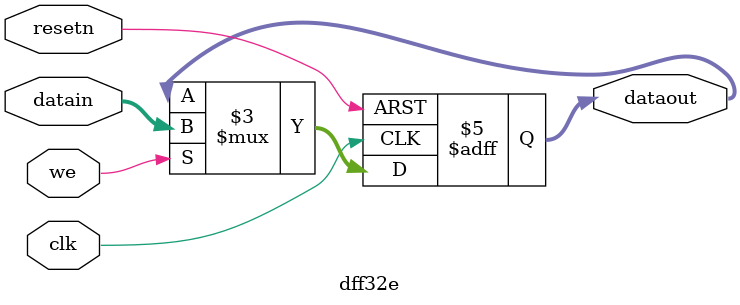
<source format=v>
`timescale 1ns / 1ps
module dff32e(
    datain,
    clk,
    resetn,
    we,
    dataout
    );
    input [31:0] datain;
    input clk, resetn, we;
    output [31:0] dataout;
    reg [31:0] dataout;
    always @(negedge resetn or posedge clk)  //add stall
    if (resetn == 0) begin
      dataout <= 32'b0;//¿ªËùÓÐÀàÐÍµÄÖÐ¶Ï£¬´Ë´¦µÄ³õÊ¼ÖµÖ»ÊÊÓÃÓÚStatus¼Ä´æÆ÷
    end else if (we) begin
      dataout <= datain;
    end


endmodule

</source>
